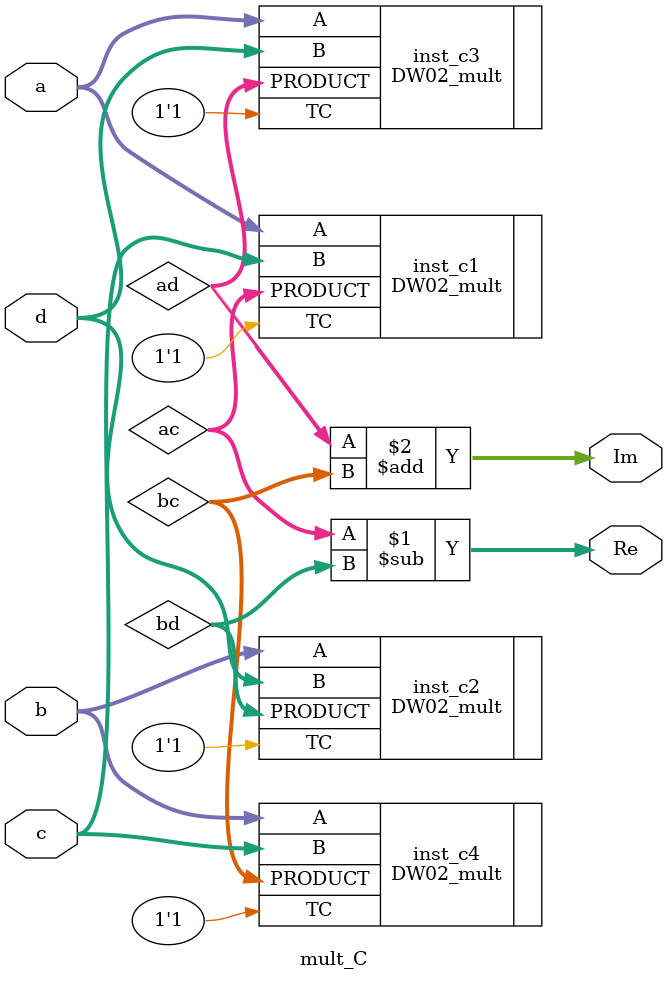
<source format=v>
module mult_C(
		 	a,
			b,
			c,
			d,
			Re,
			Im
);

parameter	integer A_width = 8;
parameter	integer B_width = 8;
parameter	integer C_width = 8;
parameter	integer D_width = 8;

input signed [A_width-1:0] a;
input signed [B_width-1:0] b;
input signed [C_width-1:0] c;
input signed [D_width-1:0] d;

output signed [A_width+C_width:0] Re;
output signed [A_width+D_width:0] Im;

wire	signed	[A_width+C_width-1:0]	ac;
wire	signed	[B_width+D_width-1:0]	bd;
wire	signed	[A_width+D_width-1:0]	ad;
wire	signed	[B_width+C_width-1:0]	bc;

DW02_mult	#(A_width,C_width) inst_c1(	.A		(a		),
						.B		(c		),
						.TC		(1'b1		),
						.PRODUCT	(ac		)
				);

DW02_mult	#(B_width,D_width) inst_c2(	.A		(b		),
						.B		(d		),
						.TC		(1'b1		),
						.PRODUCT	(bd		)
				);

DW02_mult	#(A_width,D_width) inst_c3(	.A		(a		),
						.B		(d		),
						.TC		(1'b1		),
						.PRODUCT	(ad		)
				);
DW02_mult	#(B_width,C_width) inst_c4(	.A		(b		),
						.B		(c		),
						.TC		(1'b1		),
						.PRODUCT	(bc		)
				);
assign	Re = ac - bd;
assign	Im = ad + bc;

endmodule
</source>
